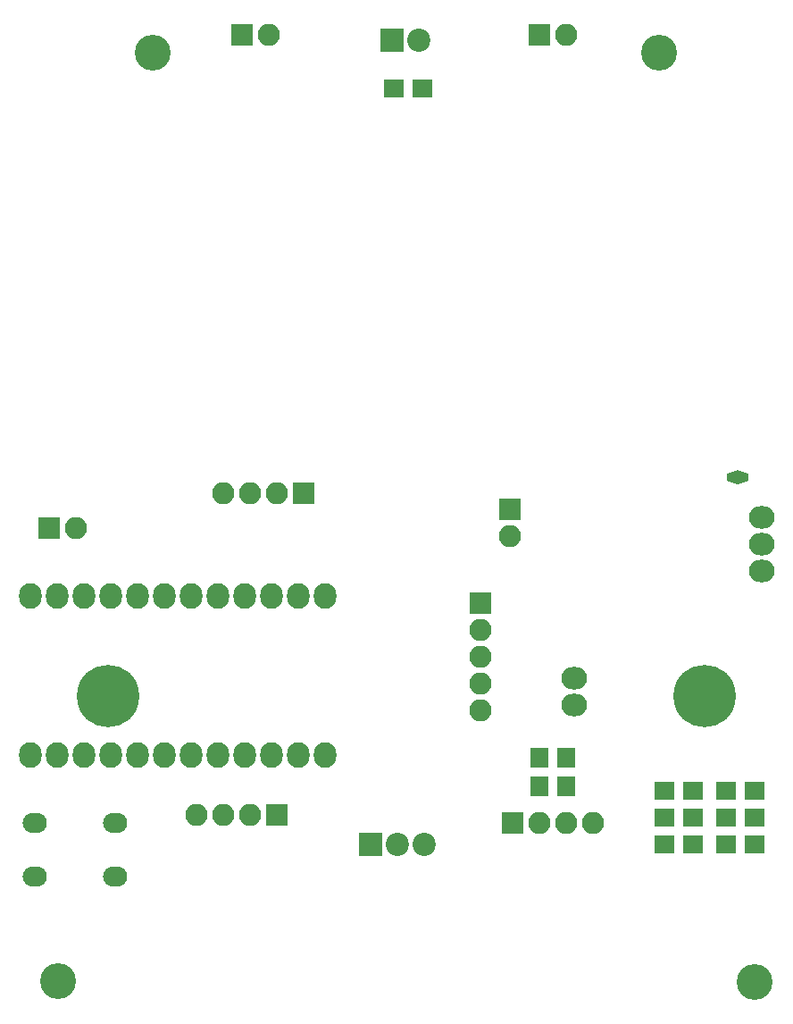
<source format=gts>
G04 #@! TF.FileFunction,Soldermask,Top*
%FSLAX46Y46*%
G04 Gerber Fmt 4.6, Leading zero omitted, Abs format (unit mm)*
G04 Created by KiCad (PCBNEW 4.0.7-e2-6376~58~ubuntu14.04.1) date Tue Oct 30 11:41:08 2018*
%MOMM*%
%LPD*%
G01*
G04 APERTURE LIST*
%ADD10C,0.100000*%
%ADD11C,5.900000*%
%ADD12C,3.400000*%
%ADD13O,2.127200X2.432000*%
%ADD14O,2.432000X2.127200*%
%ADD15R,1.900000X1.700000*%
%ADD16R,2.200000X2.200000*%
%ADD17C,2.200000*%
%ADD18R,2.100000X2.100000*%
%ADD19O,2.100000X2.100000*%
%ADD20R,1.700000X1.900000*%
%ADD21O,2.300000X1.900000*%
G04 APERTURE END LIST*
D10*
D11*
X169320000Y-120560000D03*
D12*
X174070000Y-147620000D03*
X108060000Y-147610000D03*
X165070000Y-59610000D03*
D13*
X105410000Y-111098000D03*
X105410000Y-126138000D03*
X107950000Y-111098000D03*
X107950000Y-126138000D03*
X110490000Y-111098000D03*
X110490000Y-126138000D03*
X113030000Y-111098000D03*
X113030000Y-126138000D03*
X115570000Y-111098000D03*
X115570000Y-126138000D03*
X118110000Y-111098000D03*
X118110000Y-126138000D03*
X120650000Y-111098000D03*
X120650000Y-126138000D03*
X123190000Y-111098000D03*
X123190000Y-126138000D03*
X125730000Y-111098000D03*
X125730000Y-126138000D03*
X128270000Y-111098000D03*
X128270000Y-126138000D03*
X130810000Y-111098000D03*
X130810000Y-126138000D03*
X133350000Y-111098000D03*
X133350000Y-126138000D03*
D14*
X156972000Y-121412000D03*
X156972000Y-118872000D03*
X174752000Y-108712000D03*
X174752000Y-106172000D03*
X174752000Y-103632000D03*
D15*
X174070000Y-129540000D03*
X171370000Y-129540000D03*
X174070000Y-132080000D03*
X171370000Y-132080000D03*
X174070000Y-134620000D03*
X171370000Y-134620000D03*
D16*
X139700000Y-58420000D03*
D17*
X142240000Y-58420000D03*
D18*
X150876000Y-102870000D03*
D19*
X150876000Y-105410000D03*
D18*
X125476000Y-57912000D03*
D19*
X128016000Y-57912000D03*
D18*
X128778000Y-131826000D03*
D19*
X126238000Y-131826000D03*
X123698000Y-131826000D03*
X121158000Y-131826000D03*
D18*
X151130000Y-132588000D03*
D19*
X153670000Y-132588000D03*
X156210000Y-132588000D03*
X158750000Y-132588000D03*
D18*
X153670000Y-57912000D03*
D19*
X156210000Y-57912000D03*
D18*
X131318000Y-101346000D03*
D19*
X128778000Y-101346000D03*
X126238000Y-101346000D03*
X123698000Y-101346000D03*
D18*
X107188000Y-104648000D03*
D19*
X109728000Y-104648000D03*
D10*
G36*
X171458000Y-100172000D02*
X171458000Y-99472000D01*
X172458000Y-99172000D01*
X172458000Y-100472000D01*
X171458000Y-100172000D01*
X171458000Y-100172000D01*
G37*
G36*
X172474000Y-100472000D02*
X172474000Y-99172000D01*
X173474000Y-99472000D01*
X173474000Y-100172000D01*
X172474000Y-100472000D01*
X172474000Y-100472000D01*
G37*
D20*
X153670000Y-129112000D03*
X153670000Y-126412000D03*
X156210000Y-129112000D03*
X156210000Y-126412000D03*
D15*
X139874000Y-62992000D03*
X142574000Y-62992000D03*
X165528000Y-129540000D03*
X168228000Y-129540000D03*
X165528000Y-132080000D03*
X168228000Y-132080000D03*
X165528000Y-134620000D03*
X168228000Y-134620000D03*
D21*
X105890000Y-137640000D03*
X105890000Y-132560000D03*
X113510000Y-137640000D03*
X113510000Y-132560000D03*
D16*
X137668000Y-134620000D03*
D17*
X140208000Y-134620000D03*
X142748000Y-134620000D03*
D18*
X148082000Y-111760000D03*
D19*
X148082000Y-114300000D03*
X148082000Y-116840000D03*
X148082000Y-119380000D03*
X148082000Y-121920000D03*
D12*
X117070000Y-59600000D03*
D11*
X112820000Y-120570000D03*
M02*

</source>
